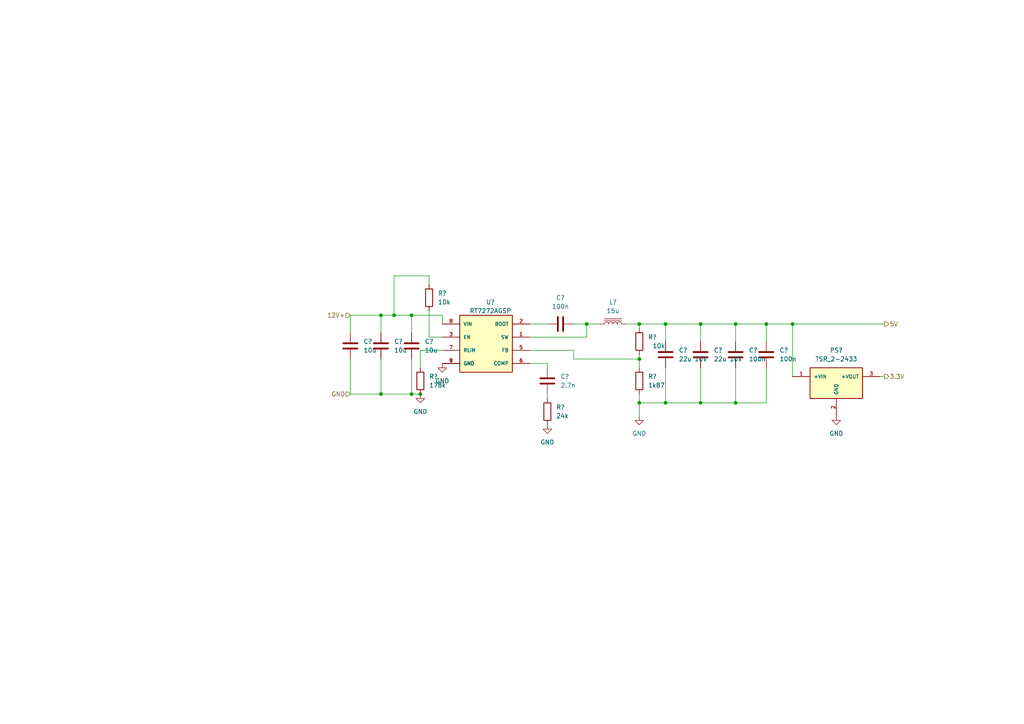
<source format=kicad_sch>
(kicad_sch (version 20211123) (generator eeschema)
  (paper "A4")
  (lib_symbols
    (symbol "Device:C" (pin_numbers hide) (pin_names (offset 0.254))
      (property "Reference" "C" (at 0.635 2.54 0))
      (property "Value" "C" (at 0.635 -2.54 0))
      (symbol "C_0_1"
        (polyline (pts (xy -2.032 -0.762) (xy 2.032 -0.762)) (stroke (width 0.508)))
        (polyline (pts (xy -2.032 0.762) (xy 2.032 0.762)) (stroke (width 0.508)))
      )
      (symbol "C_1_1"
        (pin passive line (at 0 3.81 270) (length 2.794) (name "~") (number "1"))
        (pin passive line (at 0 -3.81 90) (length 2.794) (name "~") (number "2"))
      )
    )
    (symbol "Device:L_Iron" (pin_numbers hide) (pin_names (offset 1.016) hide)
      (property "Reference" "L" (at -1.27 0 90))
      (property "Value" "L_Iron" (at 2.794 0 90))
      (symbol "L_Iron_0_1"
        (arc (start 0 -2.54) (mid 0.635 -1.905) (end 0 -1.27))
        (arc (start 0 -1.27) (mid 0.635 -0.635) (end 0 0))
        (polyline (pts (xy 1.016 2.54) (xy 1.016 -2.54)))
        (polyline (pts (xy 1.524 -2.54) (xy 1.524 2.54)))
        (arc (start 0 0) (mid 0.635 0.635) (end 0 1.27))
        (arc (start 0 1.27) (mid 0.635 1.905) (end 0 2.54))
      )
      (symbol "L_Iron_1_1"
        (pin passive line (at 0 3.81 270) (length 1.27) (name "1") (number "1"))
        (pin passive line (at 0 -3.81 90) (length 1.27) (name "2") (number "2"))
      )
    )
    (symbol "Device:R" (pin_numbers hide) (pin_names (offset 0))
      (property "Reference" "R" (at 2.032 0 90))
      (property "Value" "R" (at 0 0 90))
      (symbol "R_0_1"
        (rectangle (start -1.016 -2.54) (end 1.016 2.54) (stroke (width 0.254)))
      )
      (symbol "R_1_1"
        (pin passive line (at 0 3.81 270) (length 1.27) (name "~") (number "1"))
        (pin passive line (at 0 -3.81 90) (length 1.27) (name "~") (number "2"))
      )
    )
    (symbol "RT7272AGSP:RT7272AGSP" (pin_names (offset 1.016))
      (property "Reference" "U?" (at 0 13.97 0))
      (property "Value" "RT7272AGSP" (at 0 11.43 0))
      (symbol "RT7272AGSP_0_0"
        (rectangle (start -8.89 10.16) (end 6.35 -6.35) (stroke (width 0.254)) (fill (type background)))
        (pin output line (at 11.43 3.81 180) (length 5.08) (name "SW") (number "1"))
        (pin input line (at 11.43 7.62 180) (length 5.08) (name "BOOT") (number "2"))
        (pin input line (at -13.97 3.81 0) (length 5.08) (name "EN") (number "3"))
        (pin power_in line (at -13.97 -3.81 0) (length 5.08) (name "GND") (number "4"))
        (pin input line (at 11.43 0 180) (length 5.08) (name "FB") (number "5"))
        (pin passive line (at 11.43 -3.81 180) (length 5.08) (name "COMP") (number "6"))
        (pin passive line (at -13.97 0 0) (length 5.08) (name "RLIM") (number "7"))
        (pin input line (at -13.97 7.62 0) (length 5.08) (name "VIN") (number "8"))
        (pin power_in line (at -13.97 -3.81 0) (length 5.08) (name "GND") (number "9"))
      )
    )
    (symbol "TSR_2-2433:TSR_2-2433" (pin_names (offset 1.016))
      (property "Reference" "PS?" (at 0 10.16 0))
      (property "Value" "TSR_2-2433" (at 0 7.62 0))
      (symbol "TSR_2-2433_0_0"
        (rectangle (start -7.62 5.08) (end 7.62 -3.81) (stroke (width 0.254)) (fill (type background)))
        (pin input line (at -12.7 2.54 0) (length 5.08) (name "+VIN") (number "1"))
        (pin power_in line (at 0 -8.89 90) (length 5.08) (name "GND") (number "2"))
        (pin output line (at 12.7 2.54 180) (length 5.08) (name "+VOUT") (number "3"))
      )
    )
    (symbol "power:GND" (power) (pin_names (offset 0))
      (property "Value" "GND" (at 0 -3.81 0))
      (symbol "GND_0_1"
        (polyline (pts (xy 0 0) (xy 0 -1.27) (xy 1.27 -1.27) (xy 0 -2.54) (xy -1.27 -1.27) (xy 0 -1.27)))
      )
      (symbol "GND_1_1"
        (pin power_in line (at 0 0 270) (length 0) hide (name "GND") (number "1"))
      )
    )
  )
  (junction (at 121.92 114.3))
  (junction (at 114.3 91.44))
  (junction (at 229.87 93.98))
  (junction (at 185.42 104.14))
  (junction (at 170.18 93.98))
  (junction (at 193.04 116.84))
  (junction (at 185.42 93.98))
  (junction (at 110.49 91.44))
  (junction (at 119.38 114.3))
  (junction (at 119.38 91.44))
  (junction (at 203.2 116.84))
  (junction (at 203.2 93.98))
  (junction (at 185.42 116.84))
  (junction (at 193.04 93.98))
  (junction (at 213.36 93.98))
  (junction (at 110.49 114.3))
  (junction (at 213.36 116.84))
  (junction (at 222.25 93.98))
  (wire (pts (xy 166.37 93.98) (xy 170.18 93.98)))
  (wire (pts (xy 158.75 106.68) (xy 158.75 105.41)))
  (wire (pts (xy 124.46 97.79) (xy 128.27 97.79)))
  (wire (pts (xy 158.75 114.3) (xy 158.75 115.57)))
  (wire (pts (xy 119.38 96.52) (xy 119.38 91.44)))
  (wire (pts (xy 185.42 95.25) (xy 185.42 93.98)))
  (wire (pts (xy 185.42 93.98) (xy 181.61 93.98)))
  (wire (pts (xy 213.36 116.84) (xy 222.25 116.84)))
  (wire (pts (xy 166.37 104.14) (xy 185.42 104.14)))
  (wire (pts (xy 166.37 101.6) (xy 166.37 104.14)))
  (wire (pts (xy 110.49 96.52) (xy 110.49 91.44)))
  (wire (pts (xy 213.36 93.98) (xy 203.2 93.98)))
  (wire (pts (xy 256.54 109.22) (xy 255.27 109.22)))
  (wire (pts (xy 128.27 93.98) (xy 128.27 91.44)))
  (wire (pts (xy 110.49 114.3) (xy 119.38 114.3)))
  (wire (pts (xy 153.67 97.79) (xy 170.18 97.79)))
  (wire (pts (xy 185.42 93.98) (xy 193.04 93.98)))
  (wire (pts (xy 170.18 97.79) (xy 170.18 93.98)))
  (wire (pts (xy 185.42 120.65) (xy 185.42 116.84)))
  (wire (pts (xy 158.75 105.41) (xy 153.67 105.41)))
  (wire (pts (xy 119.38 104.14) (xy 119.38 114.3)))
  (wire (pts (xy 222.25 106.68) (xy 222.25 116.84)))
  (wire (pts (xy 153.67 93.98) (xy 158.75 93.98)))
  (wire (pts (xy 193.04 106.68) (xy 193.04 116.84)))
  (wire (pts (xy 124.46 90.17) (xy 124.46 97.79)))
  (wire (pts (xy 185.42 104.14) (xy 185.42 102.87)))
  (wire (pts (xy 229.87 93.98) (xy 256.54 93.98)))
  (wire (pts (xy 119.38 114.3) (xy 121.92 114.3)))
  (wire (pts (xy 213.36 93.98) (xy 222.25 93.98)))
  (wire (pts (xy 121.92 101.6) (xy 121.92 106.68)))
  (wire (pts (xy 213.36 106.68) (xy 213.36 116.84)))
  (wire (pts (xy 193.04 116.84) (xy 203.2 116.84)))
  (wire (pts (xy 185.42 116.84) (xy 185.42 114.3)))
  (wire (pts (xy 170.18 93.98) (xy 173.99 93.98)))
  (wire (pts (xy 213.36 99.06) (xy 213.36 93.98)))
  (wire (pts (xy 222.25 93.98) (xy 229.87 93.98)))
  (wire (pts (xy 101.6 91.44) (xy 101.6 96.52)))
  (wire (pts (xy 222.25 93.98) (xy 222.25 99.06)))
  (wire (pts (xy 101.6 114.3) (xy 110.49 114.3)))
  (wire (pts (xy 193.04 99.06) (xy 193.04 93.98)))
  (wire (pts (xy 110.49 91.44) (xy 101.6 91.44)))
  (wire (pts (xy 185.42 116.84) (xy 193.04 116.84)))
  (wire (pts (xy 124.46 82.55) (xy 124.46 80.01)))
  (wire (pts (xy 101.6 104.14) (xy 101.6 114.3)))
  (wire (pts (xy 114.3 80.01) (xy 114.3 91.44)))
  (wire (pts (xy 110.49 91.44) (xy 114.3 91.44)))
  (wire (pts (xy 110.49 104.14) (xy 110.49 114.3)))
  (wire (pts (xy 203.2 99.06) (xy 203.2 93.98)))
  (wire (pts (xy 128.27 101.6) (xy 121.92 101.6)))
  (wire (pts (xy 203.2 106.68) (xy 203.2 116.84)))
  (wire (pts (xy 124.46 80.01) (xy 114.3 80.01)))
  (wire (pts (xy 229.87 93.98) (xy 229.87 109.22)))
  (wire (pts (xy 153.67 101.6) (xy 166.37 101.6)))
  (wire (pts (xy 114.3 91.44) (xy 119.38 91.44)))
  (wire (pts (xy 203.2 93.98) (xy 193.04 93.98)))
  (wire (pts (xy 185.42 104.14) (xy 185.42 106.68)))
  (wire (pts (xy 128.27 91.44) (xy 119.38 91.44)))
  (wire (pts (xy 203.2 116.84) (xy 213.36 116.84)))
  (hierarchical_label "3.3V" (shape output) (at 256.54 109.22 0))
  (hierarchical_label "5V" (shape output) (at 256.54 93.98 0))
  (hierarchical_label "12V+" (shape input) (at 101.6 91.44 180))
  (hierarchical_label "GND" (shape input) (at 101.6 114.3 180))
  (symbol (lib_id "Device:R") (at 185.42 110.49 0) (unit 1)
    (property "Reference" "R?" (at 187.96 109.2199 0) (effects (justify left)))
    (property "Value" "1k87" (at 187.96 111.7599 0) (effects (justify left)))
  )
  (symbol (lib_id "power:GND") (at 158.75 123.19 0) (unit 1)
    (property "Reference" "#PWR0125" (effects hide))
    (property "Value" "GND" (at 158.75 128.27 0))
  )
  (symbol (lib_id "Device:C") (at 110.49 100.33 0) (unit 1)
    (property "Reference" "C?" (at 114.3 99.0599 0) (effects (justify left)))
    (property "Value" "10u" (at 114.3 101.5999 0) (effects (justify left)))
  )
  (symbol (lib_id "Device:C") (at 203.2 102.87 180) (unit 1)
    (property "Reference" "C?" (at 207.01 101.5999 0) (effects (justify right)))
    (property "Value" "22u 10V" (at 207.01 104.1399 0) (effects (justify right)))
  )
  (symbol (lib_id "Device:C") (at 222.25 102.87 0) (mirror y) (unit 1)
    (property "Reference" "C?" (at 226.06 101.5999 0) (effects (justify right)))
    (property "Value" "100n" (at 226.06 104.1399 0) (effects (justify right)))
  )
  (symbol (lib_id "Device:C") (at 193.04 102.87 180) (unit 1)
    (property "Reference" "C?" (at 196.85 101.5999 0) (effects (justify right)))
    (property "Value" "22u 10V" (at 196.85 104.1399 0) (effects (justify right)))
  )
  (symbol (lib_id "Device:R") (at 124.46 86.36 0) (unit 1)
    (property "Reference" "R?" (at 127 85.0899 0) (effects (justify left)))
    (property "Value" "10k" (at 127 87.6299 0) (effects (justify left)))
  )
  (symbol (lib_id "RT7272AGSP:RT7272AGSP") (at 142.24 101.6 0) (unit 1)
    (property "Reference" "U?" (at 142.24 87.63 0))
    (property "Value" "RT7272AGSP" (at 142.24 90.17 0))
    (property "Footprint" "SOIC127P599X175-9N" (effects hide))
    (property "MAXIMUM_PACKAGE_HEIGHT" "1.753 mm" (effects hide))
    (property "STANDARD" "IPC-7351B" (effects hide))
    (property "PARTREV" "June 2015" (effects hide))
    (property "MANUFACTURER" "Richtek USA Inc." (effects hide))
  )
  (symbol (lib_id "Device:R") (at 158.75 119.38 0) (unit 1)
    (property "Reference" "R?" (at 161.29 118.1099 0) (effects (justify left)))
    (property "Value" "24k" (at 161.29 120.6499 0) (effects (justify left)))
  )
  (symbol (lib_id "Device:C") (at 119.38 100.33 0) (unit 1)
    (property "Reference" "C?" (at 123.19 99.0599 0) (effects (justify left)))
    (property "Value" "10u" (at 123.19 101.5999 0) (effects (justify left)))
  )
  (symbol (lib_id "Device:L_Iron") (at 177.8 93.98 90) (unit 1)
    (property "Reference" "L?" (at 177.8 87.63 90))
    (property "Value" "15u" (at 177.8 90.17 90))
  )
  (symbol (lib_id "Device:R") (at 121.92 110.49 0) (unit 1)
    (property "Reference" "R?" (at 124.46 109.2199 0) (effects (justify left)))
    (property "Value" "178k" (at 124.46 111.7599 0) (effects (justify left)))
  )
  (symbol (lib_id "Device:C") (at 213.36 102.87 180) (unit 1)
    (property "Reference" "C?" (at 217.17 101.5999 0) (effects (justify right)))
    (property "Value" "100n" (at 217.17 104.1399 0) (effects (justify right)))
  )
  (symbol (lib_id "power:GND") (at 128.27 105.41 0) (unit 1)
    (property "Reference" "#PWR0122" (effects hide))
    (property "Value" "GND" (at 128.27 110.49 0))
  )
  (symbol (lib_id "Device:C") (at 101.6 100.33 0) (unit 1)
    (property "Reference" "C?" (at 105.41 99.0599 0) (effects (justify left)))
    (property "Value" "10u" (at 105.41 101.5999 0) (effects (justify left)))
  )
  (symbol (lib_id "power:GND") (at 242.57 120.65 0) (unit 1)
    (property "Reference" "#PWR0126" (effects hide))
    (property "Value" "GND" (at 242.57 125.73 0))
  )
  (symbol (lib_id "power:GND") (at 185.42 120.65 0) (unit 1)
    (property "Reference" "#PWR0124" (effects hide))
    (property "Value" "GND" (at 185.42 125.73 0))
  )
  (symbol (lib_id "TSR_2-2433:TSR_2-2433") (at 242.57 111.76 0) (unit 1)
    (property "Reference" "PS?" (at 242.57 101.6 0))
    (property "Value" "TSR_2-2433" (at 242.57 104.14 0))
    (property "Footprint" "CONV_TSR_2-2433" (effects hide))
    (property "STANDARD" "Manufacturer Recommendations" (effects hide))
    (property "MAXIMUM_PACKAGE_HEIGHT" "10.6mm" (effects hide))
    (property "PARTREV" "May 14, 2020" (effects hide))
    (property "MANUFACTURER" "Traco Power" (effects hide))
  )
  (symbol (lib_id "Device:R") (at 185.42 99.06 0) (unit 1)
    (property "Reference" "R?" (at 187.96 97.7899 0) (effects (justify left)))
    (property "Value" "10k" (at 189.23 100.3299 0) (effects (justify left)))
  )
  (symbol (lib_id "Device:C") (at 158.75 110.49 180) (unit 1)
    (property "Reference" "C?" (at 162.56 109.2199 0) (effects (justify right)))
    (property "Value" "2.7n" (at 162.56 111.7599 0) (effects (justify right)))
  )
  (symbol (lib_id "power:GND") (at 121.92 114.3 0) (unit 1)
    (property "Reference" "#PWR0123" (effects hide))
    (property "Value" "GND" (at 121.92 119.38 0))
  )
  (symbol (lib_id "Device:C") (at 162.56 93.98 90) (unit 1)
    (property "Reference" "C?" (at 162.56 86.36 90))
    (property "Value" "100n" (at 162.56 88.9 90))
  )
)
</source>
